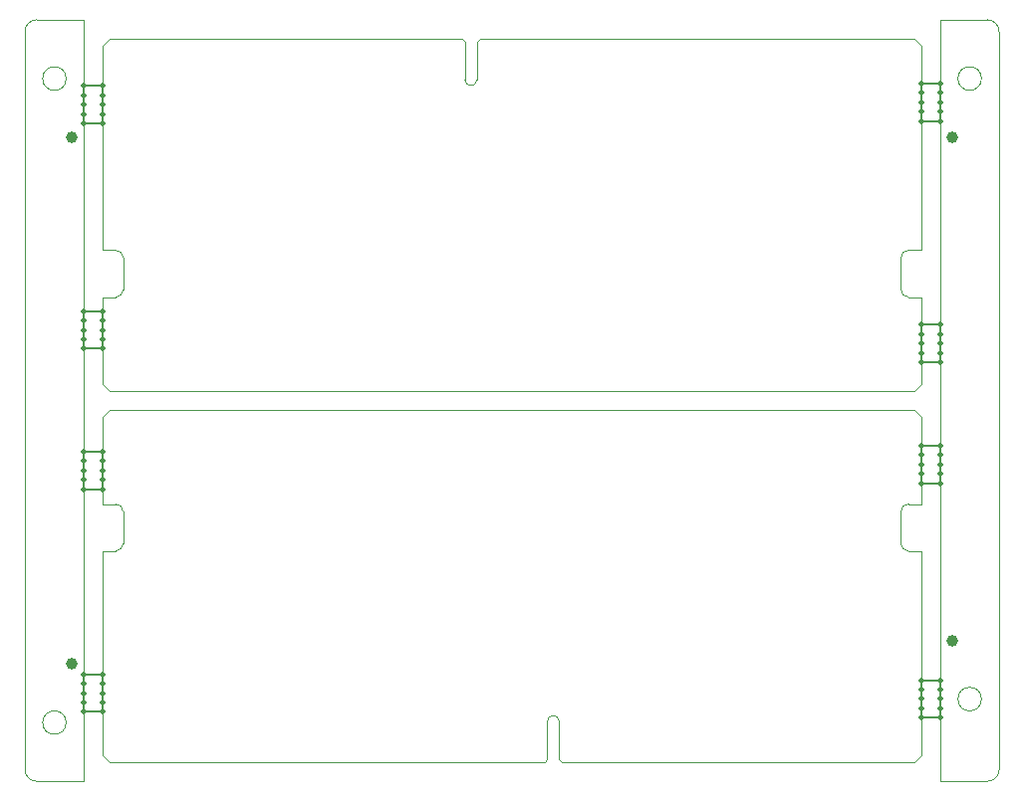
<source format=gko>
%FSLAX25Y25*%
%MOIN*%
%ADD10C,0.003936*%
%ADD11C,0.0393701*%
%ADD12C,0.003937*%
%ADD13C,0.00629921*%
%ADD14C,0.019685*%
%IPPOS*%
G75*
G54D12*
X01969Y70866D02*
G03X04528Y73425I00000J02559D01*
X01969Y70866D02*
X04528Y73425I00000J02559D01*
Y84055D02*
X01969Y86614I-02558J00000D01*
X04528Y84055D02*
X01969Y86614I-02558J00000D01*
X150394Y13780D02*
X146457I-01968J00000D01*
X150394D02*
X146457I-01968J00000D01*
X264764Y73425D02*
X267323Y70866I02559J00000D01*
X264764Y73425D02*
X267323Y70866I02559J00000D01*
Y86614D02*
X264764Y84055I00000J-02558D01*
X267323Y86614D02*
X264764Y84055I00000J-02558D01*
X-02361Y02362D02*
G01Y70866D01*
Y02362D02*
Y70866D01*
Y02362D02*
X00000Y00000D01*
X-02361Y02362D02*
X00000Y00000D01*
X-02361Y70866D02*
X01969D01*
X-02361D02*
X01969D01*
X-02361Y86614D02*
Y115748D01*
Y86614D02*
Y115748D01*
Y86614D02*
X01969D01*
X-02361D02*
X01969D01*
X-02361Y115748D02*
X00000Y118110D01*
X-02361Y115748D02*
X00000Y118110D01*
Y00000D02*
X145472D01*
X00000D02*
X145472D01*
X00000Y118110D02*
X269291D01*
X00000D02*
X269291D01*
X04528Y73425D02*
Y84055D01*
Y73425D02*
Y84055D01*
X145472Y00000D02*
X146457Y00984D01*
X145472Y00000D02*
X146457Y00984D01*
Y13780D01*
Y00984D02*
Y13780D01*
X150394Y00984D02*
Y13780D01*
Y00984D02*
Y13780D01*
Y00984D02*
X151378Y00000D01*
X150394Y00984D02*
X151378Y00000D01*
X269291D01*
X151378D02*
X269291D01*
X264764Y73425D02*
Y84055D01*
Y73425D02*
Y84055D01*
X267323Y70866D02*
X271654D01*
X267323D02*
X271654D01*
X267323Y86614D02*
X271654D01*
X267323D02*
X271654D01*
X269291Y00000D02*
X271654Y02362D01*
X269291Y00000D02*
X271654Y02362D01*
X269291Y118110D02*
X271654Y115748D01*
X269291Y118110D02*
X271654Y115748D01*
Y02362D02*
Y70866D01*
Y02362D02*
Y70866D01*
Y86614D02*
Y115748D01*
Y86614D02*
Y115748D01*
X267323Y171653D02*
G03X264764Y169094I00000J-02558D01*
X267323Y171653D02*
X264764Y169094I00000J-02558D01*
Y158464D02*
X267323Y155905I02559J00000D01*
X264764Y158464D02*
X267323Y155905I02559J00000D01*
X118898Y228740D02*
X122835I01969J00000D01*
X118898D02*
X122835I01969J00000D01*
X04528Y169094D02*
X01969Y171653I-02558J00000D01*
X04528Y169094D02*
X01969Y171653I-02558J00000D01*
Y155905D02*
X04528Y158464I00000J02559D01*
X01969Y155905D02*
X04528Y158464I00000J02559D01*
X271654Y240157D02*
G01Y171653D01*
Y240157D02*
Y171653D01*
Y240157D02*
X269291Y242520D01*
X271654Y240157D02*
X269291Y242520D01*
X271654Y171653D02*
X267323D01*
X271654D02*
X267323D01*
X271654Y155905D02*
Y126772D01*
Y155905D02*
Y126772D01*
Y155905D02*
X267323D01*
X271654D02*
X267323D01*
X271654Y126772D02*
X269291Y124409D01*
X271654Y126772D02*
X269291Y124409D01*
Y242520D02*
X123819D01*
X269291D02*
X123819D01*
X269291Y124409D02*
X00000D01*
X269291D02*
X00000D01*
X264764Y169094D02*
Y158464D01*
Y169094D02*
Y158464D01*
X123819Y242520D02*
X122835Y241535D01*
X123819Y242520D02*
X122835Y241535D01*
Y228740D01*
Y241535D02*
Y228740D01*
X118898Y241535D02*
Y228740D01*
Y241535D02*
Y228740D01*
Y241535D02*
X117913Y242520D01*
X118898Y241535D02*
X117913Y242520D01*
X00000D01*
X117913D02*
X00000D01*
X04528Y169094D02*
Y158464D01*
Y169094D02*
Y158464D01*
X01969Y171653D02*
X-02361D01*
X01969D02*
X-02361D01*
X01969Y155905D02*
X-02361D01*
X01969D02*
X-02361D01*
X00000Y242520D02*
X-02361Y240157D01*
X00000Y242520D02*
X-02361Y240157D01*
X00000Y124409D02*
X-02361Y126772D01*
X00000Y124409D02*
X-02361Y126772D01*
Y240157D02*
Y171653D01*
Y240157D02*
Y171653D01*
Y155905D02*
Y126772D01*
Y155905D02*
Y126772D01*
G54D10*
X-28346Y-02361D02*
G03X-24408Y-06298I03937J00000D01*
Y248819D02*
X-28346Y244882I00000J-03936D01*
X-24408Y-06298D02*
G01X-08660D01*
Y248819D01*
X-24408D01*
X-28346Y244882D02*
Y-02361D01*
X-14566Y13386D02*
G03I-03936J00000D01*
Y229134D02*
I-03936J00000D01*
G54D11*
X-12597Y33071D03*
Y209449D03*
G54D10*
X293701Y-06298D02*
G03X297638Y-02361I00000J03937D01*
Y244882D02*
X293701Y248819I-03936J00000D01*
X277953D02*
I00000J00000D01*
Y-06298D02*
G01X293701D01*
X297638Y-02361D02*
Y244882D01*
X293701Y248819D02*
X277953D01*
Y-06298D01*
X291732Y21260D02*
G03I-03936J00000D01*
Y229134D02*
I-03936J00000D01*
G54D11*
X281890Y40945D03*
Y209449D03*
G54D13*
X-02361Y214085D02*
G01Y226683D01*
X-08660D01*
Y214085D01*
X-02361D01*
G54D14*
D03*
Y217235D03*
Y220384D03*
Y223534D03*
Y226683D03*
X-08660Y214085D03*
Y217235D03*
Y220384D03*
Y223534D03*
Y226683D03*
G54D13*
Y151214D02*
G01Y138615D01*
X-02361D01*
Y151214D01*
X-08660D01*
G54D14*
D03*
Y148064D03*
Y144914D03*
Y141765D03*
Y138615D03*
X-02361Y151214D03*
Y148064D03*
Y144914D03*
Y141765D03*
Y138615D03*
G54D13*
X-08660Y104186D02*
G01Y91588D01*
X-02361D01*
Y104186D01*
X-08660D01*
G54D14*
D03*
Y101036D03*
Y97887D03*
Y94737D03*
Y91588D03*
X-02361Y104186D03*
Y101036D03*
Y97887D03*
Y94737D03*
Y91588D03*
G54D13*
Y29561D02*
G01Y16963D01*
X-08660D01*
Y29561D01*
X-02361D01*
G54D14*
D03*
Y26411D03*
Y23262D03*
Y20112D03*
Y16963D03*
X-08660Y29561D03*
Y26411D03*
Y23262D03*
Y20112D03*
Y16963D03*
G54D13*
X277953Y14991D02*
G01Y27590D01*
X271654D01*
Y14991D01*
X277953D01*
G54D14*
D03*
Y18141D03*
Y21291D03*
Y24440D03*
Y27590D03*
X271654Y14991D03*
Y18141D03*
Y21291D03*
Y24440D03*
Y27590D03*
G54D13*
X277953Y93559D02*
G01Y106157D01*
X271654D01*
Y93559D01*
X277953D01*
G54D14*
D03*
Y96708D03*
Y99858D03*
Y103008D03*
Y106157D03*
X271654Y93559D03*
Y96708D03*
Y99858D03*
Y103008D03*
Y106157D03*
G54D13*
Y134110D02*
G01Y146708D01*
X277953D01*
Y134110D01*
X271654D01*
G54D14*
D03*
Y137259D03*
Y140409D03*
Y143558D03*
Y146708D03*
X277953Y134110D03*
Y137259D03*
Y140409D03*
Y143558D03*
Y146708D03*
G54D13*
X271654Y214930D02*
G01Y227528D01*
X277953D01*
Y214930D01*
X271654D01*
G54D14*
D03*
Y218079D03*
Y221229D03*
Y224379D03*
Y227528D03*
X277953Y214930D03*
Y218079D03*
Y221229D03*
Y224379D03*
Y227528D03*
M02*

</source>
